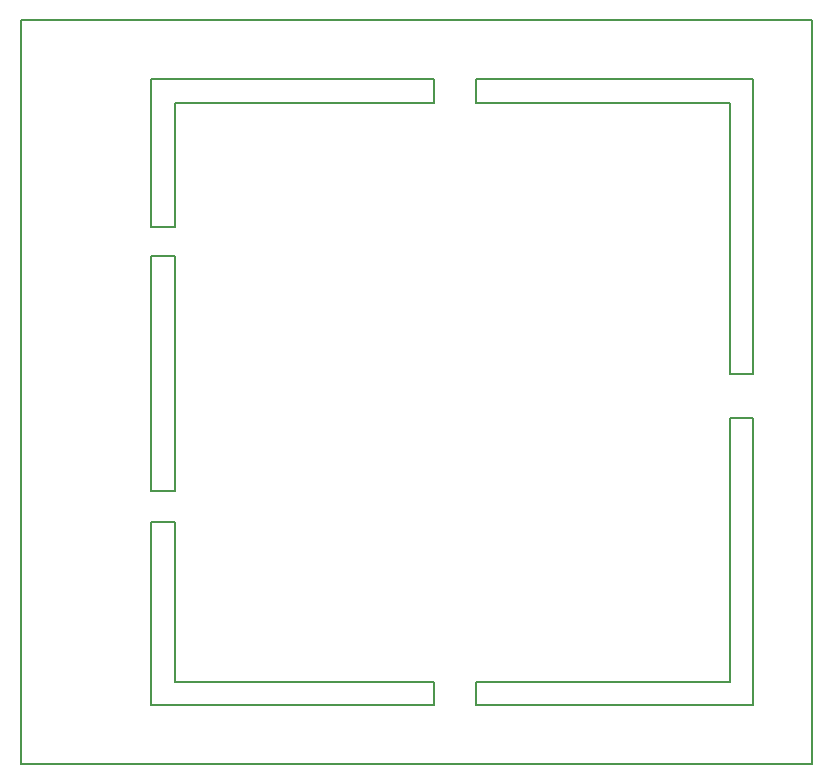
<source format=gbr>
G04 (created by PCBNEW (2013-05-31 BZR 4019)-stable) date 11/04/2014 15:09:40*
%MOIN*%
G04 Gerber Fmt 3.4, Leading zero omitted, Abs format*
%FSLAX34Y34*%
G01*
G70*
G90*
G04 APERTURE LIST*
%ADD10C,0.00590551*%
%ADD11C,0.0077*%
G04 APERTURE END LIST*
G54D10*
G54D11*
X42606Y-52483D02*
X42606Y-27680D01*
X68983Y-52483D02*
X42606Y-52483D01*
X68983Y-27680D02*
X68983Y-52483D01*
X42606Y-27680D02*
X68983Y-27680D01*
X66228Y-30437D02*
X66228Y-39492D01*
X57764Y-30437D02*
X66228Y-30437D01*
X57764Y-29650D02*
X57764Y-30437D01*
X67016Y-29650D02*
X57764Y-29650D01*
X67016Y-39492D02*
X67016Y-29650D01*
X66228Y-39492D02*
X67016Y-39492D01*
X57764Y-50515D02*
X57764Y-49728D01*
X67016Y-50515D02*
X57764Y-50515D01*
X67016Y-40948D02*
X67016Y-50515D01*
X66228Y-40948D02*
X67016Y-40948D01*
X66228Y-49728D02*
X66228Y-40948D01*
X57764Y-49728D02*
X66228Y-49728D01*
X46936Y-50515D02*
X46936Y-44413D01*
X56386Y-50515D02*
X46936Y-50515D01*
X56386Y-49728D02*
X56386Y-50515D01*
X47724Y-49728D02*
X56386Y-49728D01*
X47724Y-44413D02*
X47724Y-49728D01*
X46936Y-44413D02*
X47724Y-44413D01*
X46936Y-43390D02*
X46936Y-35555D01*
X47724Y-43390D02*
X46936Y-43390D01*
X47724Y-35555D02*
X47724Y-43390D01*
X46936Y-35555D02*
X47724Y-35555D01*
X47724Y-30437D02*
X47724Y-34570D01*
X46936Y-34570D02*
X47724Y-34570D01*
X46936Y-29648D02*
X46936Y-34570D01*
X46936Y-29648D02*
X56384Y-29648D01*
X56384Y-29648D02*
X56384Y-30437D01*
X47724Y-30437D02*
X56384Y-30437D01*
M02*

</source>
